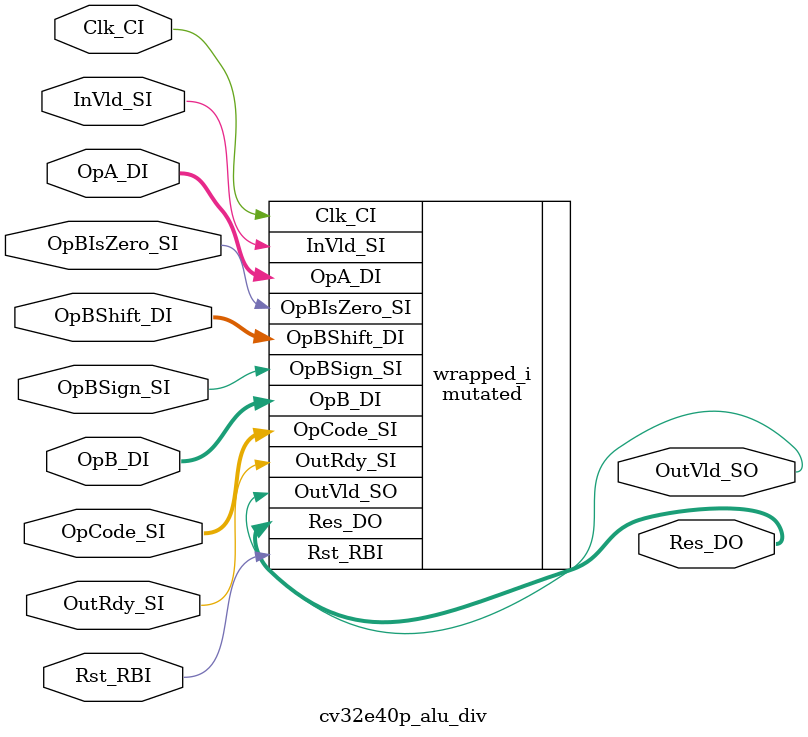
<source format=sv>
module cv32e40p_alu_div #(parameter C_WIDTH = 32, parameter C_LOG_WIDTH = 6) (
    input logic Clk_CI,
    input logic Rst_RBI,
    // input IF
    input logic [(C_WIDTH - 1):0] OpA_DI,
    input logic [(C_WIDTH - 1):0] OpB_DI,
    input logic [(C_LOG_WIDTH - 1):0] OpBShift_DI,
    input logic OpBIsZero_SI,
    //
    input logic OpBSign_SI,  // gate this to 0 in case of unsigned ops
    input logic [1:0] OpCode_SI,  // 0: udiv, 2: urem, 1: div, 3: rem
    // handshake
    input logic InVld_SI,
    // output IF
    input logic OutRdy_SI,
    output logic OutVld_SO,
    output logic [(C_WIDTH - 1):0] Res_DO) ;
    if ((C_WIDTH != 32))
        $error ("Changing parameters for mutated modules not supported: mutated module was generated with C_WIDTH = 32 but %0d was passed",C_WIDTH) ;
    if ((C_LOG_WIDTH != 6))
        $error ("Changing parameters for mutated modules not supported: mutated module was generated with C_LOG_WIDTH = 6 but %0d was passed",C_LOG_WIDTH) ;
    mutated wrapped_i (.Clk_CI(Clk_CI), .Rst_RBI(Rst_RBI), .OpA_DI(OpA_DI), .OpB_DI(OpB_DI), .OpBShift_DI(OpBShift_DI), .OpBIsZero_SI(OpBIsZero_SI), .OpBSign_SI(OpBSign_SI), .OpCode_SI(OpCode_SI), .InVld_SI(InVld_SI), .OutRdy_SI(OutRdy_SI), .OutVld_SO(OutVld_SO), .Res_DO(Res_DO)) ;

///////////////////////////////////////////////////////////////////////////////
// assertions
///////////////////////////////////////////////////////////////////////////////
// serDiv
endmodule

</source>
